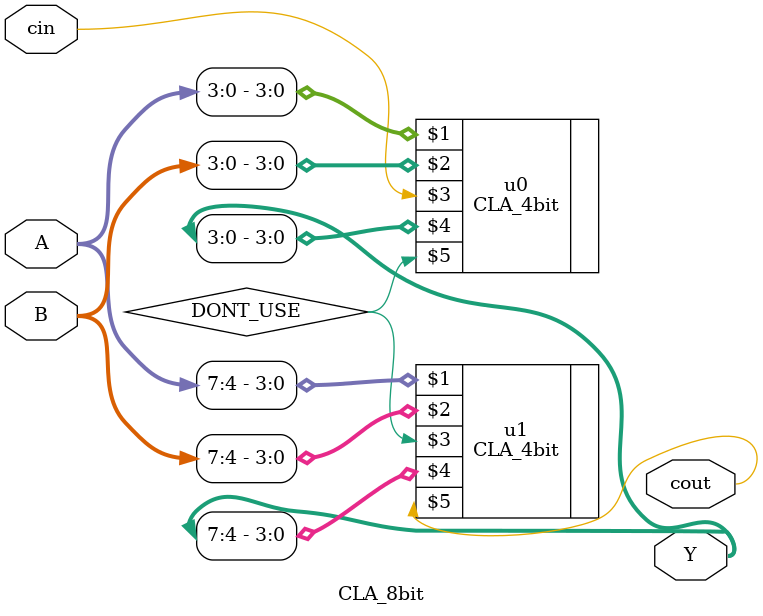
<source format=v>
`timescale 1ns / 1ps

module CLA_8bit(input [7:0] A, B, input cin,
                output [7:0] Y, output cout);
               
    wire DONT_USE;            
    
    CLA_4bit u0 (A[3:0], B[3:0], cin, Y[3:0], DONT_USE);
    CLA_4bit u1 (A[7:4], B[7:4], DONT_USE, Y[7:4], cout);    
    
endmodule

</source>
